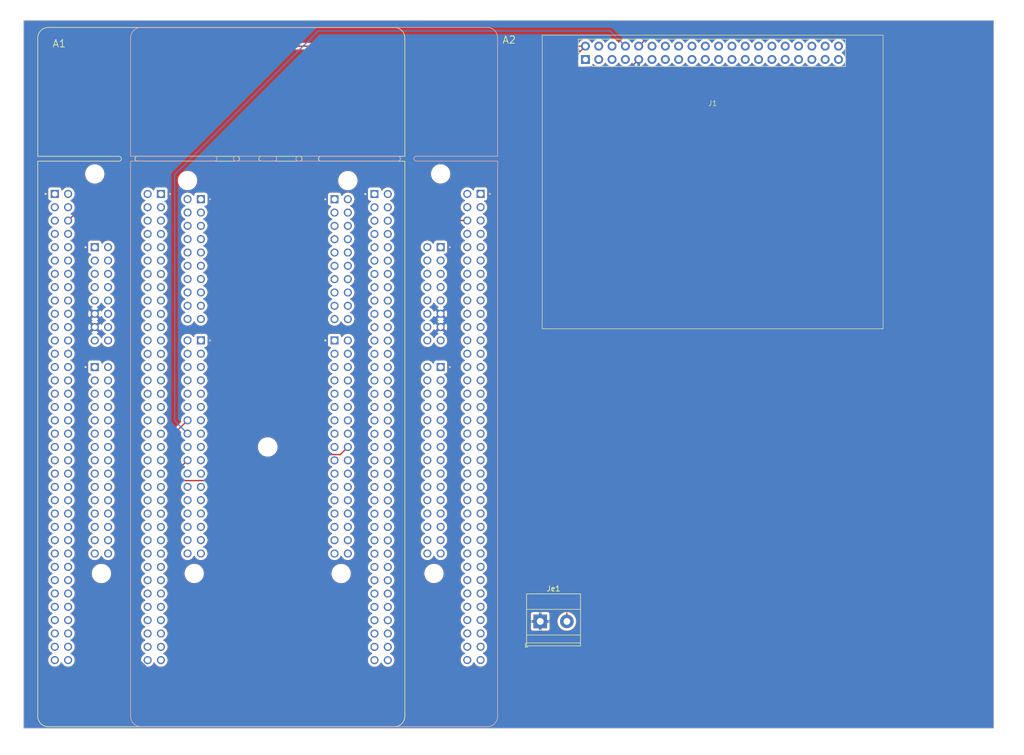
<source format=kicad_pcb>
(kicad_pcb (version 20221018) (generator pcbnew)
  (layers (0 "F.Cu" signal) (31 "B.Cu" signal) (34 "B.Paste" user) (35 "F.Paste" user) (36 "B.SilkS" user "B.Silkscreen") (37 "F.SilkS" user "F.Silkscreen") (38 "B.Mask" user) (39 "F.Mask" user) (44 "Edge.Cuts" user))
  (net 0 "")
  (net 6 "/TSC_STM/E5V")
  (net 8 "Net-(A1A-GND_CN11-PadCN11_19)")
  (net 74 "/TSC_STM/GND")
  (net 90 "Net-(A1D-GND_CN9-PadCN9_12)")
  (net 112 "Net-(A1F-GND_CN10-PadCN10_17)")
  (net 124 "/TSC_STM/UART7_TX")
  (net 165 "Net-(A1B-GND_CN12-PadCN12_20)")
  (net 229 "Net-(A2A-GND_CN11-PadCN11_19)")
  (net 310 "Net-(A2D-GND_CN9-PadCN9_12)")
  (net 332 "Net-(A2F-GND_CN10-PadCN10_17)")
  (net 341 "/WorldSide/UART6_TX")
  (net 343 "/WorldSide/UART6_RX")
  (net 384 "Net-(A2B-GND_CN12-PadCN12_20)")
  (footprint "NUCLEO-F767ZI:SIM7600" (layer "F.Cu") (at 151.4 50.8)
    (fp_text reference "J1")
    (fp_text value "SIM7600")
  )
  (footprint "TerminalBlock_Phoenix:TerminalBlock_Phoenix_MKDS-1,5-2-5.08_1x02_P5.08mm_Horizontal" (layer "F.Cu") (at 118.52 134.6)
    (fp_text reference "Je1")
    (fp_text value "Power_Connector")
  )
  (footprint "NUCLEO-F767ZI:NUCLEO-F767ZI" (layer "F.Cu") (at 57.7 88.01)
    (fp_text reference "A1")
    (fp_text value "NUCLEO-F767ZI")
  )
  (footprint "NUCLEO-F767ZI:NUCLEO-F767ZI" (layer "B.Cu") (at 75.4 88 180)
    (fp_text reference "A2")
    (fp_text value "NUCLEO-F767ZI")
  )
  (gr_rect (start 20 20) (end 205 155) (stroke (width 0.1)) (fill none) (layer "Edge.Cuts"))
  (segment (start 104.61 58.15) (end 99.15 58.15) (width 0.25) (layer "F.Cu") (net 6))
  (segment (start 28.49 58.16) (end 61.75 24.9) (width 0.25) (layer "F.Cu") (net 6))
  (segment (start 94.8 44) (end 113.9 24.9) (width 0.25) (layer "F.Cu") (net 6))
  (segment (start 123.6 28.44) (end 127.14 24.9) (width 0.25) (layer "F.Cu") (net 6))
  (segment (start 94.8 53.8) (end 94.8 44) (width 0.25) (layer "F.Cu") (net 6))
  (segment (start 61.75 24.9) (end 113.9 24.9) (width 0.25) (layer "F.Cu") (net 6))
  (segment (start 99.15 58.15) (end 94.8 53.8) (width 0.25) (layer "F.Cu") (net 6))
  (segment (start 113.9 24.9) (end 127.14 24.9) (width 0.25) (layer "F.Cu") (net 6))
  (segment (start 123.6 134.6) (end 123.6 28.44) (width 0.25) (layer "F.Cu") (net 6))
  (segment (start 114.2 144.4) (end 126.4 144.4) (width 0.25) (layer "F.Cu") (net 74))
  (segment (start 111.2 141.4) (end 114.2 144.4) (width 0.25) (layer "F.Cu") (net 74))
  (segment (start 114.2 134.6) (end 111.2 137.6) (width 0.25) (layer "F.Cu") (net 74))
  (segment (start 131.2 139.6) (end 131.2 33.54) (width 0.25) (layer "F.Cu") (net 74))
  (segment (start 111.2 137.6) (end 111.2 141.4) (width 0.25) (layer "F.Cu") (net 74))
  (segment (start 118.52 134.6) (end 114.2 134.6) (width 0.25) (layer "F.Cu") (net 74))
  (segment (start 126.4 144.4) (end 131.2 139.6) (width 0.25) (layer "F.Cu") (net 74))
  (segment (start 131.2 33.54) (end 137.3 27.44) (width 0.25) (layer "F.Cu") (net 74))
  (segment (start 102.6 72.86) (end 99.53 75.93) (width 0.25) (layer "B.Cu") (net 74))
  (segment (start 118.52 134.6) (end 118.52 137.88) (width 0.25) (layer "B.Cu") (net 74))
  (segment (start 50.618507 150.5) (end 31 130.881493) (width 0.25) (layer "B.Cu") (net 74))
  (segment (start 118.52 134.6) (end 118.52 47.6) (width 0.25) (layer "B.Cu") (net 74))
  (segment (start 102.6 49.8) (end 102.6 72.86) (width 0.25) (layer "B.Cu") (net 74))
  (segment (start 31 81.05) (end 33.57 78.48) (width 0.25) (layer "B.Cu") (net 74))
  (segment (start 118.52 47.32) (end 116.4 45.2) (width 0.25) (layer "B.Cu") (net 74))
  (segment (start 118.52 47.6) (end 118.52 47.32) (width 0.25) (layer "B.Cu") (net 74))
  (segment (start 105.9 150.5) (end 50.618507 150.5) (width 0.25) (layer "B.Cu") (net 74))
  (segment (start 31 130.881493) (end 31 81.05) (width 0.25) (layer "B.Cu") (net 74))
  (segment (start 118.52 137.88) (end 105.9 150.5) (width 0.25) (layer "B.Cu") (net 74))
  (segment (start 107.2 45.2) (end 102.6 49.8) (width 0.25) (layer "B.Cu") (net 74))
  (segment (start 116.4 45.2) (end 107.2 45.2) (width 0.25) (layer "B.Cu") (net 74))
  (segment (start 66.05 107.75) (end 50.55 107.75) (width 0.25) (layer "F.Cu") (net 124))
  (segment (start 50.55 107.75) (end 49.8 107) (width 0.25) (layer "F.Cu") (net 124))
  (segment (start 80.38 102.79) (end 71.01 102.79) (width 0.25) (layer "F.Cu") (net 124))
  (segment (start 81.83 101.34) (end 80.38 102.79) (width 0.25) (layer "F.Cu") (net 124))
  (segment (start 71.01 102.79) (end 66.05 107.75) (width 0.25) (layer "F.Cu") (net 124))
  (segment (start 49.8 107) (end 49.8 105.34) (width 0.25) (layer "F.Cu") (net 124))
  (segment (start 49.8 105.34) (end 51.27 103.87) (width 0.25) (layer "F.Cu") (net 124))
  (segment (start 180.2 24.6) (end 177.2 21.6) (width 0.25) (layer "F.Cu") (net 341))
  (segment (start 180.2 31) (end 180.2 24.6) (width 0.25) (layer "F.Cu") (net 341))
  (segment (start 130.1 147.3) (end 137.4 140) (width 0.25) (layer "F.Cu") (net 341))
  (segment (start 177.2 21.6) (end 140.6 21.6) (width 0.25) (layer "F.Cu") (net 341))
  (segment (start 49 127.2) (end 69.1 147.3) (width 0.25) (layer "F.Cu") (net 341))
  (segment (start 178 33.2) (end 180.2 31) (width 0.25) (layer "F.Cu") (net 341))
  (segment (start 137.4 36.6) (end 140.8 33.2) (width 0.25) (layer "F.Cu") (net 341))
  (segment (start 137.4 140) (end 137.4 36.6) (width 0.25) (layer "F.Cu") (net 341))
  (segment (start 51.27 96.25) (end 49 98.52) (width 0.25) (layer "F.Cu") (net 341))
  (segment (start 140.8 33.2) (end 178 33.2) (width 0.25) (layer "F.Cu") (net 341))
  (segment (start 140.6 21.6) (end 137.3 24.9) (width 0.25) (layer "F.Cu") (net 341))
  (segment (start 69.1 147.3) (end 130.1 147.3) (width 0.25) (layer "F.Cu") (net 341))
  (segment (start 49 98.52) (end 49 127.2) (width 0.25) (layer "F.Cu") (net 341))
  (segment (start 48.8 49.4) (end 48.8 96.32) (width 0.25) (layer "B.Cu") (net 343))
  (segment (start 48.8 96.32) (end 51.27 98.79) (width 0.25) (layer "B.Cu") (net 343))
  (segment (start 131.86 22) (end 76.2 22) (width 0.25) (layer "B.Cu") (net 343))
  (segment (start 76.2 22) (end 48.8 49.4) (width 0.25) (layer "B.Cu") (net 343))
  (segment (start 134.76 24.9) (end 131.86 22) (width 0.25) (layer "B.Cu") (net 343))
  (zone (net 74) (net_name "/TSC_STM/GND") (layers "F&B.Cu") (connect_pads (clearance 0.5)) (min_thickness 0.25) (fill yes (thermal_gap 0.5) (thermal_bridge_width 0.5))
    (polygon (pts (xy 17.65 17.05) (xy 209.35 16.1) (xy 210.8 160.05) (xy 15.5 158.7)))
  )
)
</source>
